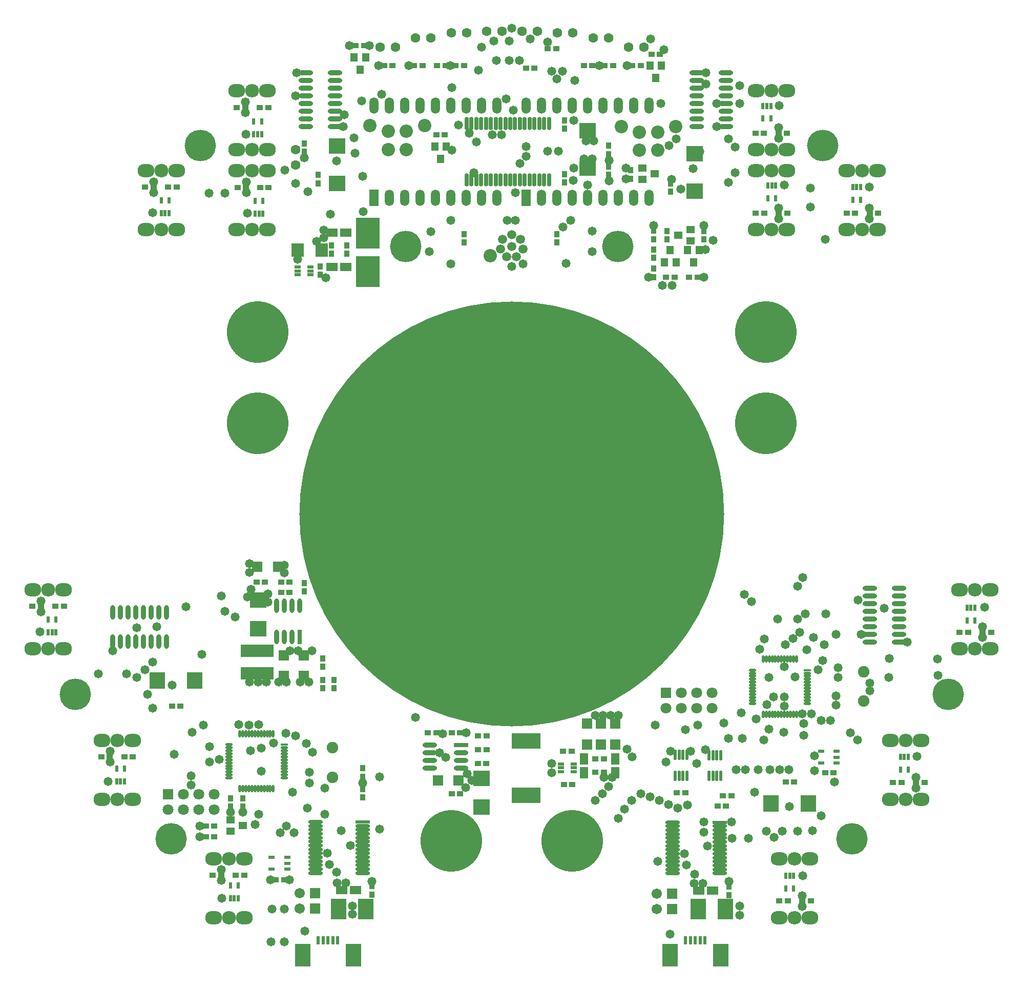
<source format=gbs>
%FSAX25Y25*%
%MOIN*%
G70*
G01*
G75*
G04 Layer_Color=16711935*
%ADD10O,0.08661X0.02362*%
%ADD11R,0.03000X0.03543*%
%ADD12R,0.05118X0.05512*%
%ADD13R,0.05512X0.05118*%
%ADD14R,0.03543X0.03000*%
%ADD15R,0.05000X0.06693*%
%ADD16R,0.04921X0.03937*%
%ADD17R,0.08661X0.02362*%
%ADD18O,0.08661X0.02362*%
%ADD19O,0.02362X0.08661*%
%ADD20R,0.09449X0.09843*%
%ADD21C,0.01575*%
%ADD22C,0.01181*%
%ADD23C,0.00984*%
%ADD24C,0.01000*%
%ADD25C,0.03150*%
%ADD26C,0.03937*%
%ADD27C,0.02756*%
%ADD28C,0.02362*%
%ADD29C,0.00591*%
%ADD30C,0.05906*%
%ADD31R,0.05906X0.05906*%
%ADD32C,0.05118*%
%ADD33C,0.07874*%
%ADD34O,0.10236X0.07874*%
%ADD35O,0.08268X0.07874*%
%ADD36R,0.05118X0.09843*%
%ADD37O,0.05118X0.09843*%
%ADD38R,0.06299X0.06299*%
%ADD39C,0.06299*%
%ADD40C,2.75591*%
%ADD41C,0.39370*%
%ADD42C,0.19685*%
%ADD43C,0.05500*%
%ADD44C,0.06693*%
%ADD45C,0.05000*%
%ADD46C,0.01969*%
%ADD47R,0.09646X0.09843*%
%ADD48R,0.09843X0.09449*%
%ADD49R,0.02362X0.08661*%
%ADD50O,0.02362X0.08661*%
%ADD51R,0.20866X0.07087*%
%ADD52O,0.03937X0.01024*%
%ADD53O,0.01024X0.03937*%
%ADD54R,0.03937X0.01024*%
%ADD55R,0.03543X0.01575*%
%ADD56R,0.09449X0.12598*%
%ADD57R,0.06693X0.05000*%
%ADD58R,0.09843X0.14961*%
%ADD59R,0.01969X0.05512*%
%ADD60O,0.08661X0.01575*%
%ADD61R,0.08661X0.01575*%
%ADD62R,0.18110X0.09252*%
%ADD63O,0.01378X0.06299*%
%ADD64R,0.07087X0.07874*%
%ADD65R,0.03543X0.01575*%
%ADD66R,0.09843X0.09646*%
%ADD67R,0.03937X0.04921*%
%ADD68O,0.02165X0.07874*%
%ADD69R,0.15000X0.19685*%
%ADD70R,0.01575X0.03543*%
%ADD71R,0.06000X0.06299*%
%ADD72R,0.06299X0.06000*%
%ADD73C,0.00787*%
%ADD74C,0.00141*%
%ADD75C,0.01378*%
%ADD76C,0.01200*%
%ADD77O,0.09461X0.03162*%
%ADD78R,0.03800X0.04343*%
%ADD79R,0.05918X0.06312*%
%ADD80R,0.06312X0.05918*%
%ADD81R,0.04343X0.03800*%
%ADD82R,0.05800X0.07493*%
%ADD83R,0.05721X0.04737*%
%ADD84R,0.09461X0.03162*%
%ADD85O,0.09461X0.03162*%
%ADD86O,0.03162X0.09461*%
%ADD87R,0.10249X0.10642*%
%ADD88C,0.06706*%
%ADD89R,0.06706X0.06706*%
%ADD90C,0.05918*%
%ADD91C,0.08674*%
%ADD92O,0.11036X0.08674*%
%ADD93O,0.09068X0.08674*%
%ADD94R,0.05918X0.10642*%
%ADD95O,0.05918X0.10642*%
%ADD96R,0.07099X0.07099*%
%ADD97C,0.07099*%
%ADD98C,2.76391*%
%ADD99C,0.40170*%
%ADD100C,0.20485*%
%ADD101C,0.06300*%
%ADD102C,0.07493*%
%ADD103C,0.05800*%
%ADD104R,0.10446X0.10642*%
%ADD105R,0.10642X0.10249*%
%ADD106R,0.03162X0.09461*%
%ADD107O,0.03162X0.09461*%
%ADD108R,0.21666X0.07887*%
%ADD109O,0.04737X0.01824*%
%ADD110O,0.01824X0.04737*%
%ADD111R,0.04737X0.01824*%
%ADD112R,0.04343X0.02375*%
%ADD113R,0.10249X0.13398*%
%ADD114R,0.07493X0.05800*%
%ADD115O,0.09461X0.02375*%
%ADD116R,0.09461X0.02375*%
%ADD117R,0.18910X0.10052*%
%ADD118O,0.02178X0.07099*%
%ADD119R,0.07887X0.08674*%
%ADD120R,0.04343X0.02375*%
%ADD121R,0.10642X0.10446*%
%ADD122R,0.04737X0.05721*%
%ADD123O,0.02965X0.08674*%
%ADD124R,0.15800X0.20485*%
%ADD125R,0.02375X0.04343*%
%ADD126R,0.06800X0.07099*%
%ADD127R,0.07099X0.06800*%
D58*
X0750965Y0390567D02*
D03*
X0784035D02*
D03*
X0989965D02*
D03*
X1023035D02*
D03*
D59*
X0770650Y0400016D02*
D03*
X0761201D02*
D03*
X0767500D02*
D03*
X0773799D02*
D03*
X0764350D02*
D03*
X1009650D02*
D03*
X1000201D02*
D03*
X1006500D02*
D03*
X1012799D02*
D03*
X1003350D02*
D03*
D77*
X1007551Y0929500D02*
D03*
Y0934500D02*
D03*
Y0939500D02*
D03*
Y0944500D02*
D03*
Y0949500D02*
D03*
Y0954500D02*
D03*
Y0959500D02*
D03*
Y0964500D02*
D03*
X1026449Y0929500D02*
D03*
Y0934500D02*
D03*
Y0939500D02*
D03*
Y0944500D02*
D03*
Y0949500D02*
D03*
Y0954500D02*
D03*
Y0959500D02*
D03*
Y0964500D02*
D03*
X0771949D02*
D03*
Y0959500D02*
D03*
Y0954500D02*
D03*
Y0949500D02*
D03*
Y0944500D02*
D03*
Y0939500D02*
D03*
Y0934500D02*
D03*
Y0929500D02*
D03*
X0753051Y0964500D02*
D03*
Y0959500D02*
D03*
Y0954500D02*
D03*
Y0949500D02*
D03*
Y0944500D02*
D03*
Y0939500D02*
D03*
Y0934500D02*
D03*
Y0929500D02*
D03*
X1120051Y0594000D02*
D03*
Y0599000D02*
D03*
Y0604000D02*
D03*
Y0609000D02*
D03*
Y0614000D02*
D03*
Y0619000D02*
D03*
Y0624000D02*
D03*
Y0629000D02*
D03*
X1138949Y0594000D02*
D03*
Y0599000D02*
D03*
Y0604000D02*
D03*
Y0609000D02*
D03*
Y0614000D02*
D03*
Y0619000D02*
D03*
Y0624000D02*
D03*
Y0629000D02*
D03*
D78*
X0752000Y0632500D02*
D03*
Y0627000D02*
D03*
X0764000Y0578000D02*
D03*
Y0583500D02*
D03*
Y0569500D02*
D03*
Y0564000D02*
D03*
X0771500Y0569500D02*
D03*
Y0564000D02*
D03*
X0795945Y0435276D02*
D03*
Y0429776D02*
D03*
X0790000Y0498500D02*
D03*
Y0493000D02*
D03*
Y0506500D02*
D03*
Y0512000D02*
D03*
X1028279Y0435047D02*
D03*
Y0429547D02*
D03*
X0762500Y0833000D02*
D03*
Y0838500D02*
D03*
X0779626Y0852169D02*
D03*
Y0846669D02*
D03*
X0752000Y0913000D02*
D03*
Y0918500D02*
D03*
X0979500Y0849500D02*
D03*
Y0844000D02*
D03*
X0988000Y0856000D02*
D03*
Y0861500D02*
D03*
X1012000D02*
D03*
Y0856000D02*
D03*
X0856000Y0854000D02*
D03*
Y0859500D02*
D03*
X0916500D02*
D03*
Y0854000D02*
D03*
X0921500Y0933500D02*
D03*
Y0928000D02*
D03*
X0964500Y0895500D02*
D03*
Y0901000D02*
D03*
X0769626Y0852169D02*
D03*
Y0846669D02*
D03*
X0979500Y0831500D02*
D03*
Y0837000D02*
D03*
Y0856200D02*
D03*
Y0861700D02*
D03*
X0712000Y0487012D02*
D03*
Y0492512D02*
D03*
X0761000Y0892500D02*
D03*
Y0898000D02*
D03*
X0990500Y0892500D02*
D03*
Y0887000D02*
D03*
X0921500Y0898500D02*
D03*
Y0893000D02*
D03*
X0950000Y0898000D02*
D03*
Y0903500D02*
D03*
Y0911512D02*
D03*
Y0917012D02*
D03*
X0704000Y0486988D02*
D03*
Y0492488D02*
D03*
D81*
X0671500Y0552500D02*
D03*
X0666000D02*
D03*
X0737000Y0626500D02*
D03*
X0742500D02*
D03*
X0721000Y0633000D02*
D03*
X0726500D02*
D03*
X0737000D02*
D03*
X0742500D02*
D03*
X0688000Y0467500D02*
D03*
X0693500D02*
D03*
Y0474500D02*
D03*
X0688000D02*
D03*
X0739000Y0439500D02*
D03*
X0733500D02*
D03*
X0853500Y0495500D02*
D03*
X0848000D02*
D03*
X0870500Y0515000D02*
D03*
X0865000D02*
D03*
X0865102Y0524029D02*
D03*
X0870602D02*
D03*
X0838000Y0535000D02*
D03*
X0832500D02*
D03*
X0848000D02*
D03*
X0853500D02*
D03*
X0865102Y0533059D02*
D03*
X0870602D02*
D03*
X0994500Y0496000D02*
D03*
X1000000D02*
D03*
X1021000Y0487500D02*
D03*
X1026500D02*
D03*
X1024500Y0494000D02*
D03*
X1030000D02*
D03*
X1065358Y0503031D02*
D03*
X1070858D02*
D03*
X0993000Y0831500D02*
D03*
X0987500D02*
D03*
X1008000D02*
D03*
X1002500D02*
D03*
X0838000Y0924000D02*
D03*
X0843500D02*
D03*
X0910500Y0980000D02*
D03*
X0916000D02*
D03*
X0978000Y0976500D02*
D03*
X0983500D02*
D03*
X0965512Y0969000D02*
D03*
X0971012D02*
D03*
X0580691Y0617315D02*
D03*
X0575191D02*
D03*
X0590191D02*
D03*
X0595691D02*
D03*
X0625500Y0519500D02*
D03*
X0620000D02*
D03*
X0635000D02*
D03*
X0640500D02*
D03*
X0698000Y0442500D02*
D03*
X0692500D02*
D03*
X0707500D02*
D03*
X0713000D02*
D03*
X1076230Y0425687D02*
D03*
X1081730D02*
D03*
X1066730D02*
D03*
X1061230D02*
D03*
X1150230Y0502687D02*
D03*
X1155730D02*
D03*
X1140730D02*
D03*
X1135230D02*
D03*
X1193500Y0600500D02*
D03*
X1199000D02*
D03*
X1184000D02*
D03*
X1178500D02*
D03*
X1120000Y0873000D02*
D03*
X1125500D02*
D03*
X1110500D02*
D03*
X1105000D02*
D03*
X1060811Y0872998D02*
D03*
X1066311D02*
D03*
X1051311D02*
D03*
X1045811D02*
D03*
X1060730Y0925187D02*
D03*
X1066230D02*
D03*
X1051230D02*
D03*
X1045730D02*
D03*
X0714191Y0889813D02*
D03*
X0708691D02*
D03*
X0723338Y0889842D02*
D03*
X0728838D02*
D03*
X0713691Y0941813D02*
D03*
X0708191D02*
D03*
X0723191D02*
D03*
X0728691D02*
D03*
X0654000Y0890000D02*
D03*
X0648500D02*
D03*
X0663500D02*
D03*
X0669000D02*
D03*
X0785500Y0982000D02*
D03*
X0791000D02*
D03*
X0809500Y0969000D02*
D03*
X0804000D02*
D03*
X0829000D02*
D03*
X0823500D02*
D03*
X0838500D02*
D03*
X0844000D02*
D03*
X0856000D02*
D03*
X0850500D02*
D03*
X0901797Y0967500D02*
D03*
X0896297D02*
D03*
X0934000Y0969000D02*
D03*
X0939500D02*
D03*
X0953000D02*
D03*
X0947500D02*
D03*
X1096500Y0509000D02*
D03*
X1091000D02*
D03*
X0926500Y0501500D02*
D03*
X0921000D02*
D03*
X0920500Y0523000D02*
D03*
X0926000D02*
D03*
X0947000Y0509500D02*
D03*
X0941500D02*
D03*
X0947000Y0518000D02*
D03*
X0941500D02*
D03*
D82*
X0934000Y0508945D02*
D03*
Y0517945D02*
D03*
X0954500Y0518000D02*
D03*
Y0509000D02*
D03*
D83*
X0704000Y0471000D02*
D03*
Y0478500D02*
D03*
X0712000Y0474800D02*
D03*
X1003500Y0862500D02*
D03*
Y0855000D02*
D03*
X0995500Y0858700D02*
D03*
X0972000Y0895000D02*
D03*
Y0902500D02*
D03*
X0980000Y0898800D02*
D03*
D84*
X0854177Y0527102D02*
D03*
D85*
X0833705Y0512102D02*
D03*
Y0517102D02*
D03*
Y0522102D02*
D03*
Y0527102D02*
D03*
X0854177Y0512102D02*
D03*
Y0517102D02*
D03*
Y0522102D02*
D03*
D86*
X0627500Y0613449D02*
D03*
X0632500D02*
D03*
X0637500D02*
D03*
X0642500D02*
D03*
X0647500D02*
D03*
X0652500D02*
D03*
X0657500D02*
D03*
X0662500D02*
D03*
X0627500Y0594551D02*
D03*
X0632500D02*
D03*
X0637500D02*
D03*
X0642500D02*
D03*
X0647500D02*
D03*
X0652500D02*
D03*
X0657500D02*
D03*
X0662500D02*
D03*
D88*
X0748945Y0420776D02*
D03*
Y0430776D02*
D03*
X0981279Y0430547D02*
D03*
Y0420547D02*
D03*
D89*
X0758945Y0420776D02*
D03*
Y0430776D02*
D03*
X0991280Y0430547D02*
D03*
Y0420547D02*
D03*
D90*
X0887000Y0851476D02*
D03*
X0892846Y0856142D02*
D03*
X0894291Y0849811D02*
D03*
X0890244Y0844736D02*
D03*
X0883756D02*
D03*
X0879709Y0849811D02*
D03*
X0881153Y0856142D02*
D03*
X0887000Y0858957D02*
D03*
D91*
X0970189Y0914000D02*
D03*
Y0925811D02*
D03*
X0993811Y0929512D02*
D03*
X0958378D02*
D03*
X0982000Y0925811D02*
D03*
Y0914000D02*
D03*
X0818500Y0914500D02*
D03*
Y0926311D02*
D03*
X0794878Y0930012D02*
D03*
X0830311D02*
D03*
X0806689Y0926311D02*
D03*
Y0914500D02*
D03*
X0873000Y0845500D02*
D03*
D92*
X0575461Y0628094D02*
D03*
X0595539D02*
D03*
X0575461Y0589906D02*
D03*
X0595539D02*
D03*
X0620461Y0530094D02*
D03*
X0640539D02*
D03*
X0620461Y0491905D02*
D03*
X0640539D02*
D03*
X0692961Y0453094D02*
D03*
X0713039D02*
D03*
X0692961Y0414906D02*
D03*
X0713039D02*
D03*
X1081039D02*
D03*
X1060961D02*
D03*
X1081039Y0453094D02*
D03*
X1060961D02*
D03*
X1198539Y0589906D02*
D03*
X1178461D02*
D03*
X1198539Y0628094D02*
D03*
X1178461D02*
D03*
X1125039Y0862405D02*
D03*
X1104961D02*
D03*
X1125039Y0900595D02*
D03*
X1104961D02*
D03*
X1066039Y0862405D02*
D03*
X1045961D02*
D03*
X1066039Y0900595D02*
D03*
X1045961D02*
D03*
X1066039Y0914406D02*
D03*
X1045961D02*
D03*
X1066039Y0952594D02*
D03*
X1045961D02*
D03*
X0707961D02*
D03*
X0728039D02*
D03*
X0707961Y0914406D02*
D03*
X0728039D02*
D03*
X0707961Y0900595D02*
D03*
X0728039D02*
D03*
X0707961Y0862405D02*
D03*
X0728039D02*
D03*
X0648961Y0900595D02*
D03*
X0669039D02*
D03*
X0648961Y0862405D02*
D03*
X0669039D02*
D03*
X1153539Y0491905D02*
D03*
X1133461D02*
D03*
X1153539Y0530094D02*
D03*
X1133461D02*
D03*
D93*
X0585500Y0628094D02*
D03*
Y0589906D02*
D03*
X0630500Y0530094D02*
D03*
Y0491905D02*
D03*
X0703000Y0453094D02*
D03*
Y0414906D02*
D03*
X1071000D02*
D03*
Y0453094D02*
D03*
X1188500Y0589906D02*
D03*
Y0628094D02*
D03*
X1115000Y0862405D02*
D03*
Y0900595D02*
D03*
X1056000Y0862405D02*
D03*
Y0900595D02*
D03*
Y0914406D02*
D03*
Y0952594D02*
D03*
X0718000D02*
D03*
Y0914406D02*
D03*
Y0900595D02*
D03*
Y0862405D02*
D03*
X0659000Y0900595D02*
D03*
Y0862405D02*
D03*
X1143500Y0491905D02*
D03*
Y0530094D02*
D03*
D94*
X0896500Y0883000D02*
D03*
X0797500D02*
D03*
D95*
X0906500D02*
D03*
X0916500D02*
D03*
X0926500D02*
D03*
X0936500D02*
D03*
X0946500D02*
D03*
X0956500D02*
D03*
X0966500D02*
D03*
X0976500D02*
D03*
X0896500Y0943000D02*
D03*
X0906500D02*
D03*
X0916500D02*
D03*
X0926500D02*
D03*
X0936500D02*
D03*
X0946500D02*
D03*
X0956500D02*
D03*
X0966500D02*
D03*
X0976500D02*
D03*
X0877500D02*
D03*
X0867500D02*
D03*
X0857500D02*
D03*
X0847500D02*
D03*
X0837500D02*
D03*
X0827500D02*
D03*
X0817500D02*
D03*
X0807500D02*
D03*
X0797500D02*
D03*
X0877500Y0883000D02*
D03*
X0867500D02*
D03*
X0857500D02*
D03*
X0847500D02*
D03*
X0837500D02*
D03*
X0827500D02*
D03*
X0817500D02*
D03*
X0807500D02*
D03*
D96*
X0663500Y0495000D02*
D03*
X0987500Y0561000D02*
D03*
D97*
X0663500Y0485000D02*
D03*
X0673500Y0495000D02*
D03*
Y0485000D02*
D03*
X0683500Y0495000D02*
D03*
Y0485000D02*
D03*
X0693500Y0495000D02*
D03*
Y0485000D02*
D03*
X0987500Y0551000D02*
D03*
X0997500Y0561000D02*
D03*
Y0551000D02*
D03*
X1007500Y0561000D02*
D03*
Y0551000D02*
D03*
X1017500Y0561000D02*
D03*
Y0551000D02*
D03*
D98*
X0887000Y0677500D02*
D03*
D99*
X0847630Y0464902D02*
D03*
X0926370D02*
D03*
X1052354Y0795610D02*
D03*
Y0736555D02*
D03*
X0721646D02*
D03*
Y0795610D02*
D03*
D100*
X0956055Y0851476D02*
D03*
X0817945D02*
D03*
X1089500Y0917000D02*
D03*
X0684500D02*
D03*
X1171000Y0560000D02*
D03*
X0603000D02*
D03*
X1108500Y0466063D02*
D03*
X0665500D02*
D03*
D101*
X0963000Y0981000D02*
D03*
X0973000D02*
D03*
X0824571Y0987000D02*
D03*
X0834571D02*
D03*
X0847643Y0990500D02*
D03*
X0857643D02*
D03*
X0870714Y0991500D02*
D03*
X0880714D02*
D03*
X0893786D02*
D03*
X0903786D02*
D03*
X0916857Y0990500D02*
D03*
X0926857D02*
D03*
X0939929Y0987000D02*
D03*
X0949928D02*
D03*
X0801500Y0981000D02*
D03*
X0811500D02*
D03*
X0746500Y0914500D02*
D03*
Y0904500D02*
D03*
D102*
X1116000Y0574858D02*
D03*
Y0555646D02*
D03*
X0770500Y0525358D02*
D03*
Y0506146D02*
D03*
D103*
X0769000Y0872500D02*
D03*
X0764850Y0862226D02*
D03*
Y0857110D02*
D03*
X0760028Y0854807D02*
D03*
X1057500Y0558500D02*
D03*
X1033000Y0511000D02*
D03*
X0776000Y0471500D02*
D03*
X1132598Y0583382D02*
D03*
X1132500Y0571000D02*
D03*
X1071500Y0571500D02*
D03*
X1120000Y0562500D02*
D03*
X1164500Y0572500D02*
D03*
X0991500Y0826000D02*
D03*
X1013000Y0849500D02*
D03*
X0976000Y0831500D02*
D03*
X0961500Y0902500D02*
D03*
Y0895500D02*
D03*
X0880500Y0924000D02*
D03*
X0920500Y0864000D02*
D03*
X0862500Y0899500D02*
D03*
X0874500Y0924000D02*
D03*
X0859439Y0924939D02*
D03*
X0848000Y0914000D02*
D03*
X0766000Y0831000D02*
D03*
X1120000Y0567500D02*
D03*
X1036500Y0548000D02*
D03*
X1025000Y0541500D02*
D03*
X0982000Y0451500D02*
D03*
X1028500Y0438500D02*
D03*
X0796000D02*
D03*
X0765500Y0499000D02*
D03*
X0913000Y0515000D02*
D03*
Y0509000D02*
D03*
X0722500Y0540500D02*
D03*
X0716000Y0540250D02*
D03*
X0801000Y0506500D02*
D03*
X0965500Y0519500D02*
D03*
X0732081Y0528500D02*
D03*
X0740213Y0534787D02*
D03*
X0962000Y0524500D02*
D03*
X1030000Y0477000D02*
D03*
X0946000Y0495500D02*
D03*
X0950000Y0500000D02*
D03*
X0941500Y0491000D02*
D03*
X0801000Y0472500D02*
D03*
X0842000Y0534500D02*
D03*
X0980500Y0540000D02*
D03*
X0941500Y0546500D02*
D03*
X0946500D02*
D03*
X0951500D02*
D03*
X0824500Y0545000D02*
D03*
X0844000Y0519000D02*
D03*
X0840000Y0522102D02*
D03*
X1035500Y0416500D02*
D03*
Y0422500D02*
D03*
X0783500Y0417000D02*
D03*
Y0422500D02*
D03*
X0952500Y0506000D02*
D03*
X0947000D02*
D03*
X0857000Y0499500D02*
D03*
X0861000Y0504000D02*
D03*
X0858000Y0508500D02*
D03*
X0757000Y0588500D02*
D03*
X0748000D02*
D03*
X0742752D02*
D03*
X0715000Y0623500D02*
D03*
X0728500Y0620000D02*
D03*
Y0625500D02*
D03*
X0717500Y0628500D02*
D03*
X0716500Y0639500D02*
D03*
Y0645000D02*
D03*
X0985000Y0826000D02*
D03*
X1018000Y0855500D02*
D03*
X0956500Y0546500D02*
D03*
X0790500Y0874000D02*
D03*
X0752000Y0909000D02*
D03*
X1051000Y0530500D02*
D03*
X0720000Y0475500D02*
D03*
X0722500Y0482000D02*
D03*
X1097000Y0503000D02*
D03*
X1084000Y0510500D02*
D03*
X1028000Y0531500D02*
D03*
X1164000Y0583000D02*
D03*
X0785000Y0912000D02*
D03*
X0675000Y0617000D02*
D03*
X0746500Y0892500D02*
D03*
X0739500Y0901000D02*
D03*
X1089500Y0582000D02*
D03*
X0730000Y0439500D02*
D03*
X0742500D02*
D03*
X0712000Y0483500D02*
D03*
X0704000D02*
D03*
X0755500Y0502500D02*
D03*
Y0509500D02*
D03*
X0739000Y0399000D02*
D03*
X0730500D02*
D03*
X0731000Y0420500D02*
D03*
X0739000D02*
D03*
X0745500Y0470000D02*
D03*
X0754000Y0486000D02*
D03*
X0744500Y0496500D02*
D03*
X1076500Y0636000D02*
D03*
X1073000Y0630500D02*
D03*
X0707000Y0610500D02*
D03*
X0789500Y0946000D02*
D03*
X0700500Y0614000D02*
D03*
X0727500Y0568000D02*
D03*
X0685500Y0586000D02*
D03*
X0794500Y0982000D02*
D03*
X0984000Y0944500D02*
D03*
X0989500Y0917000D02*
D03*
X1012000Y0831500D02*
D03*
X0847500Y0868500D02*
D03*
X0922500Y0840500D02*
D03*
X0887000Y0838500D02*
D03*
X0747626Y0843193D02*
D03*
X0698000Y0624000D02*
D03*
X0925500Y0868500D02*
D03*
X1012000Y0865000D02*
D03*
X0979500D02*
D03*
X0857500Y0535000D02*
D03*
X1030500Y0466500D02*
D03*
X0956500Y0479500D02*
D03*
X1077000Y0533500D02*
D03*
X0960500Y0485500D02*
D03*
X1047500Y0511000D02*
D03*
X1039000D02*
D03*
X1098000Y0599000D02*
D03*
X1048500Y0589500D02*
D03*
X1086500Y0576000D02*
D03*
X1076000Y0547500D02*
D03*
X0709500Y0540500D02*
D03*
X0790000Y0502500D02*
D03*
X0724000Y0510000D02*
D03*
X0765500Y0482000D02*
D03*
X0724000Y0525000D02*
D03*
X0717000Y0523500D02*
D03*
X0678500Y0507000D02*
D03*
X0740500Y0474500D02*
D03*
X0757500Y0522500D02*
D03*
X0678500Y0501000D02*
D03*
X0736500Y0470000D02*
D03*
X0753500Y0528000D02*
D03*
X1144264Y0594000D02*
D03*
X0773043Y0907000D02*
D03*
X0778000Y0937000D02*
D03*
X0746500Y0949500D02*
D03*
X0747000Y0964500D02*
D03*
X0777500Y0929500D02*
D03*
X0913000Y0965500D02*
D03*
X0899000Y0986500D02*
D03*
X0877000Y0972500D02*
D03*
X0867331Y0981000D02*
D03*
X0962000Y0969000D02*
D03*
X0800500D02*
D03*
X0715000Y0873000D02*
D03*
X0781500Y0982000D02*
D03*
X0991000Y0895000D02*
D03*
X0986000Y0979500D02*
D03*
X0977500Y0986500D02*
D03*
X1067858Y0487032D02*
D03*
X0990000Y0404000D02*
D03*
X1011279Y0437047D02*
D03*
X1005779D02*
D03*
X1006000Y0443000D02*
D03*
X0999279Y0456547D02*
D03*
X1000780Y0449047D02*
D03*
X0950500Y0907500D02*
D03*
X0939500Y0908500D02*
D03*
X0934000D02*
D03*
X1112500Y0621500D02*
D03*
X1129500Y0616000D02*
D03*
X0653500Y0581000D02*
D03*
X0666000Y0566000D02*
D03*
X0653500Y0551000D02*
D03*
X0627500Y0588500D02*
D03*
X0656000Y0604000D02*
D03*
X0643000Y0603500D02*
D03*
X0927000Y0894500D02*
D03*
X0892500Y0905500D02*
D03*
X0927500Y0902500D02*
D03*
Y0933500D02*
D03*
X0917500Y0913500D02*
D03*
X0936500Y0891500D02*
D03*
X0864000Y0919500D02*
D03*
X0896500Y0910000D02*
D03*
Y0916500D02*
D03*
X0910500Y0913500D02*
D03*
X0888000Y0940000D02*
D03*
X1054297Y0571142D02*
D03*
X1064500Y0558500D02*
D03*
Y0578174D02*
D03*
X0781949Y0461772D02*
D03*
X0768445Y0449276D02*
D03*
X0773445Y0437276D02*
D03*
X0778945D02*
D03*
X0766945Y0456776D02*
D03*
X0752500Y0406000D02*
D03*
X0772945Y0444276D02*
D03*
X1051500Y0596000D02*
D03*
X1053000Y0553500D02*
D03*
X1054500Y0537500D02*
D03*
X1098000Y0553000D02*
D03*
X1099500Y0571000D02*
D03*
Y0577500D02*
D03*
X0714282Y0893339D02*
D03*
Y0886339D02*
D03*
X1090500Y0592500D02*
D03*
X1074500Y0600500D02*
D03*
X0852500Y0930500D02*
D03*
X1119909Y0876474D02*
D03*
Y0869474D02*
D03*
X1119639Y0890179D02*
D03*
X0580782Y0620841D02*
D03*
Y0613841D02*
D03*
X0580006Y0600778D02*
D03*
X0625591Y0523026D02*
D03*
Y0516026D02*
D03*
X0624257Y0503393D02*
D03*
X0698091Y0446026D02*
D03*
Y0439026D02*
D03*
X0698500Y0427500D02*
D03*
X1076140Y0429161D02*
D03*
Y0422161D02*
D03*
X1076494Y0442222D02*
D03*
X1150140Y0499161D02*
D03*
Y0506161D02*
D03*
X1150668Y0519780D02*
D03*
X1193410Y0603974D02*
D03*
Y0596974D02*
D03*
X1194743Y0616607D02*
D03*
X1060721Y0876472D02*
D03*
Y0869472D02*
D03*
X1064436Y0891378D02*
D03*
X1060640Y0928661D02*
D03*
Y0921661D02*
D03*
X1061000Y0943000D02*
D03*
X0713781Y0938339D02*
D03*
Y0945339D02*
D03*
X0714216Y0924365D02*
D03*
X0654090Y0893526D02*
D03*
Y0886526D02*
D03*
X0653506Y0873278D02*
D03*
X0889500Y0886500D02*
D03*
X0883500Y0947500D02*
D03*
X0935500Y0920000D02*
D03*
X0940500D02*
D03*
X0950500Y0894000D02*
D03*
X0847500Y0840000D02*
D03*
X0884000Y0868500D02*
D03*
X0894500Y0840000D02*
D03*
X0889500Y0868500D02*
D03*
X1064000Y0535500D02*
D03*
X0944000Y0969000D02*
D03*
X0865500Y0966000D02*
D03*
X0847000Y0969000D02*
D03*
X0820000D02*
D03*
X0690000Y0886000D02*
D03*
X0700500D02*
D03*
X1035500Y0944500D02*
D03*
Y0956000D02*
D03*
X1081500Y0889500D02*
D03*
Y0877000D02*
D03*
X1091000Y0856000D02*
D03*
X1032500Y0916000D02*
D03*
X1028000Y0921500D02*
D03*
Y0893000D02*
D03*
X1032500Y0899500D02*
D03*
X1082858Y0471531D02*
D03*
X0754500Y0887000D02*
D03*
X0784264Y0922000D02*
D03*
X1052858Y0471032D02*
D03*
X0994000Y0921500D02*
D03*
X1073000Y0471000D02*
D03*
X0892000Y0972500D02*
D03*
X1005000Y0902000D02*
D03*
X1045000Y0496500D02*
D03*
X1088500Y0481000D02*
D03*
X0885500Y0972500D02*
D03*
X0875500Y0985000D02*
D03*
X0887000Y0993500D02*
D03*
X1063000Y0471000D02*
D03*
X1112000Y0530500D02*
D03*
X0643000Y0571000D02*
D03*
X1057858Y0467142D02*
D03*
X1107500Y0535000D02*
D03*
X0648500Y0576000D02*
D03*
X0636500Y0573500D02*
D03*
X0618000D02*
D03*
X0920000Y0965500D02*
D03*
X1020500Y0944500D02*
D03*
X1013500Y0957000D02*
D03*
Y0964500D02*
D03*
X1020500Y0929500D02*
D03*
X0739000Y0644000D02*
D03*
Y0639000D02*
D03*
X0722000Y0568000D02*
D03*
X0716500D02*
D03*
X0790000Y0897000D02*
D03*
X1009500Y0913000D02*
D03*
X0997000Y0888831D02*
D03*
X0885500Y0985000D02*
D03*
X0910500Y0984500D02*
D03*
X0916500Y0960500D02*
D03*
X0848000Y0954634D02*
D03*
X0928000Y0959500D02*
D03*
X0802500Y0950500D02*
D03*
X1098000Y0559000D02*
D03*
X0735500Y0568000D02*
D03*
X0740500D02*
D03*
X0749500D02*
D03*
X0755000D02*
D03*
X0746500Y0533000D02*
D03*
X0679000Y0535500D02*
D03*
X0686500Y0540000D02*
D03*
X1070000Y0596500D02*
D03*
X1073000Y0609000D02*
D03*
X1078000Y0612500D02*
D03*
X1091500D02*
D03*
X0650000Y0560000D02*
D03*
X1041000Y0466500D02*
D03*
X1088500Y0543000D02*
D03*
X1094500D02*
D03*
X1082000Y0547500D02*
D03*
X1055000Y0511000D02*
D03*
X0684000Y0474500D02*
D03*
Y0467500D02*
D03*
X0696590Y0517590D02*
D03*
X0690500Y0526000D02*
D03*
Y0516000D02*
D03*
X0667500Y0521000D02*
D03*
X0999986Y0537026D02*
D03*
X1083500Y0597000D02*
D03*
X1079000Y0589000D02*
D03*
X1065000Y0592500D02*
D03*
X1060000Y0609000D02*
D03*
X1043000Y0620500D02*
D03*
X1038500Y0625000D02*
D03*
X1046000Y0544000D02*
D03*
X1037000Y0531500D02*
D03*
X1008000Y0540000D02*
D03*
X1084000Y0520000D02*
D03*
X1077000Y0541000D02*
D03*
X1114500Y0599000D02*
D03*
X1067500Y0511000D02*
D03*
X1061500D02*
D03*
X1014283Y0461543D02*
D03*
X0989000Y0488500D02*
D03*
X0995000Y0486000D02*
D03*
X1012000Y0470500D02*
D03*
X0965000Y0491000D02*
D03*
X0971000Y0495500D02*
D03*
X0977000Y0493500D02*
D03*
X1012000Y0477000D02*
D03*
X1001500Y0488000D02*
D03*
X0983000Y0491000D02*
D03*
X0990500Y0523000D02*
D03*
X1003500D02*
D03*
X0987500Y0516000D02*
D03*
X1013000Y0524000D02*
D03*
X1007500Y0514964D02*
D03*
X1064475Y0552525D02*
D03*
X0939500Y0861500D02*
D03*
Y0848000D02*
D03*
X0833500D02*
D03*
X0834500Y0861000D02*
D03*
D104*
X0656535Y0569000D02*
D03*
X0680748D02*
D03*
X1080106Y0489032D02*
D03*
X1055894D02*
D03*
D105*
X0722000Y0621390D02*
D03*
Y0602610D02*
D03*
X0867500Y0505390D02*
D03*
Y0486610D02*
D03*
D106*
X0749000Y0597264D02*
D03*
D107*
X0734000Y0617736D02*
D03*
X0739000D02*
D03*
X0744000D02*
D03*
X0749000D02*
D03*
X0734000Y0597264D02*
D03*
X0739000D02*
D03*
X0744000D02*
D03*
D108*
X0721500Y0573716D02*
D03*
Y0588283D02*
D03*
D109*
X0738950Y0511611D02*
D03*
Y0509642D02*
D03*
Y0519485D02*
D03*
Y0525390D02*
D03*
Y0513579D02*
D03*
X0703124Y0527359D02*
D03*
Y0525390D02*
D03*
Y0523422D02*
D03*
Y0519485D02*
D03*
Y0517516D02*
D03*
Y0515548D02*
D03*
Y0513579D02*
D03*
X0738950Y0517516D02*
D03*
Y0515548D02*
D03*
Y0521453D02*
D03*
X0703124Y0505705D02*
D03*
Y0507674D02*
D03*
Y0509642D02*
D03*
Y0511611D02*
D03*
Y0521453D02*
D03*
X0738950Y0507674D02*
D03*
Y0505705D02*
D03*
Y0523422D02*
D03*
X1079450Y0560111D02*
D03*
Y0558142D02*
D03*
Y0567985D02*
D03*
Y0573890D02*
D03*
Y0562079D02*
D03*
X1043624Y0575859D02*
D03*
Y0573890D02*
D03*
Y0571922D02*
D03*
Y0567985D02*
D03*
Y0566016D02*
D03*
Y0564048D02*
D03*
Y0562079D02*
D03*
X1079450Y0566016D02*
D03*
Y0564048D02*
D03*
Y0569953D02*
D03*
X1043624Y0554205D02*
D03*
Y0556174D02*
D03*
Y0558142D02*
D03*
Y0560111D02*
D03*
Y0569953D02*
D03*
X1079450Y0556174D02*
D03*
Y0554205D02*
D03*
Y0571922D02*
D03*
D110*
X0731864Y0498619D02*
D03*
Y0534445D02*
D03*
X0729895D02*
D03*
Y0498619D02*
D03*
X0727927Y0534445D02*
D03*
X0725958D02*
D03*
X0722021Y0498619D02*
D03*
X0718084D02*
D03*
X0723990Y0534445D02*
D03*
X0720053D02*
D03*
X0718084D02*
D03*
X0714147D02*
D03*
X0712179Y0498619D02*
D03*
X0710210D02*
D03*
Y0534445D02*
D03*
X0727927Y0498619D02*
D03*
X0716116D02*
D03*
X0714147D02*
D03*
X0712179Y0534445D02*
D03*
X0716116D02*
D03*
X0722021D02*
D03*
X0725958Y0498619D02*
D03*
X0723990D02*
D03*
X0720053D02*
D03*
X1072364Y0547119D02*
D03*
Y0582945D02*
D03*
X1070395D02*
D03*
Y0547119D02*
D03*
X1068427Y0582945D02*
D03*
X1066458D02*
D03*
X1062521Y0547119D02*
D03*
X1058584D02*
D03*
X1064490Y0582945D02*
D03*
X1060553D02*
D03*
X1058584D02*
D03*
X1054647D02*
D03*
X1052679Y0547119D02*
D03*
X1050710D02*
D03*
Y0582945D02*
D03*
X1068427Y0547119D02*
D03*
X1056616D02*
D03*
X1054647D02*
D03*
X1052679Y0582945D02*
D03*
X1056616D02*
D03*
X1062521D02*
D03*
X1066458Y0547119D02*
D03*
X1064490D02*
D03*
X1060553D02*
D03*
D111*
X0738950Y0527358D02*
D03*
X1079450Y0575858D02*
D03*
D112*
X0741000Y0454000D02*
D03*
Y0446480D02*
D03*
Y0450248D02*
D03*
X0730803Y0446480D02*
D03*
Y0454000D02*
D03*
X0747732Y0835500D02*
D03*
X0756000Y0838059D02*
D03*
Y0832941D02*
D03*
Y0835500D02*
D03*
X0747732Y0832941D02*
D03*
X1098575Y0523000D02*
D03*
Y0515480D02*
D03*
Y0519248D02*
D03*
X1088378Y0515480D02*
D03*
Y0523000D02*
D03*
X0927328Y0512333D02*
D03*
X0919061Y0509774D02*
D03*
Y0514892D02*
D03*
Y0512333D02*
D03*
X0927328Y0514892D02*
D03*
D113*
X0792161Y0420276D02*
D03*
X0774445D02*
D03*
X1025996Y0420547D02*
D03*
X1008280D02*
D03*
D114*
X0785445Y0432776D02*
D03*
X0776445D02*
D03*
X1017780Y0432547D02*
D03*
X1008780D02*
D03*
X0779126Y0838169D02*
D03*
X0770126D02*
D03*
X0770000Y0860500D02*
D03*
X0779000D02*
D03*
D115*
X0759276Y0443858D02*
D03*
Y0446417D02*
D03*
Y0448976D02*
D03*
Y0451535D02*
D03*
Y0454094D02*
D03*
Y0456653D02*
D03*
Y0459213D02*
D03*
Y0461772D02*
D03*
Y0464331D02*
D03*
Y0466890D02*
D03*
Y0469449D02*
D03*
Y0472008D02*
D03*
Y0474567D02*
D03*
Y0477126D02*
D03*
X0789984Y0443858D02*
D03*
Y0446417D02*
D03*
Y0448976D02*
D03*
Y0451535D02*
D03*
Y0454094D02*
D03*
Y0456653D02*
D03*
Y0459213D02*
D03*
Y0461772D02*
D03*
Y0464331D02*
D03*
Y0466890D02*
D03*
Y0469449D02*
D03*
Y0472008D02*
D03*
Y0474567D02*
D03*
X0991610Y0443630D02*
D03*
Y0446189D02*
D03*
Y0448748D02*
D03*
Y0451307D02*
D03*
Y0453866D02*
D03*
Y0456425D02*
D03*
Y0458984D02*
D03*
Y0461543D02*
D03*
Y0464102D02*
D03*
Y0466661D02*
D03*
Y0469220D02*
D03*
Y0471779D02*
D03*
Y0474339D02*
D03*
Y0476898D02*
D03*
X1022319Y0443630D02*
D03*
Y0446189D02*
D03*
Y0448748D02*
D03*
Y0451307D02*
D03*
Y0453866D02*
D03*
Y0456425D02*
D03*
Y0458984D02*
D03*
Y0461543D02*
D03*
Y0464102D02*
D03*
Y0466661D02*
D03*
Y0469220D02*
D03*
Y0471779D02*
D03*
Y0474339D02*
D03*
D116*
X0789984Y0477126D02*
D03*
X1022319Y0476898D02*
D03*
D117*
X0896441Y0529917D02*
D03*
Y0494287D02*
D03*
D118*
X1015441Y0520571D02*
D03*
X1018000D02*
D03*
X1020559D02*
D03*
X1023118D02*
D03*
X1015441Y0506988D02*
D03*
X1018000D02*
D03*
X1020559D02*
D03*
X1023118D02*
D03*
X0993461Y0520724D02*
D03*
X0996020D02*
D03*
X0998579D02*
D03*
X1001138D02*
D03*
X0993461Y0507142D02*
D03*
X0996020D02*
D03*
X0998579D02*
D03*
X1001138D02*
D03*
D119*
X0747626Y0849000D02*
D03*
X0763374D02*
D03*
D120*
X0747732Y0838059D02*
D03*
X0927328Y0509774D02*
D03*
D121*
X0773500Y0916606D02*
D03*
Y0892394D02*
D03*
X0936500Y0902394D02*
D03*
Y0926606D02*
D03*
X1006000Y0887394D02*
D03*
Y0911606D02*
D03*
D122*
X0994000Y0841000D02*
D03*
X0986500D02*
D03*
X0990200Y0849000D02*
D03*
X1001500D02*
D03*
X1009000D02*
D03*
X1005300Y0841000D02*
D03*
X0837000Y0916500D02*
D03*
X0844500D02*
D03*
X0840800Y0908500D02*
D03*
X0784500Y0974500D02*
D03*
X0792000D02*
D03*
X0788300Y0966500D02*
D03*
X0977000Y0969000D02*
D03*
X0984500D02*
D03*
X0980800Y0961000D02*
D03*
D123*
X0911272Y0894594D02*
D03*
X0908122D02*
D03*
X0904972D02*
D03*
X0901823D02*
D03*
X0898673D02*
D03*
X0895524D02*
D03*
X0892374D02*
D03*
X0889224D02*
D03*
X0886075D02*
D03*
X0882925D02*
D03*
X0879776D02*
D03*
X0876626D02*
D03*
X0873476D02*
D03*
X0870327D02*
D03*
X0867177D02*
D03*
X0864028D02*
D03*
X0860878D02*
D03*
X0857728D02*
D03*
X0911272Y0931406D02*
D03*
X0908122D02*
D03*
X0904972D02*
D03*
X0901823D02*
D03*
X0898673D02*
D03*
X0895524D02*
D03*
X0892374D02*
D03*
X0889224D02*
D03*
X0886075D02*
D03*
X0882925D02*
D03*
X0879776D02*
D03*
X0876626D02*
D03*
X0873476D02*
D03*
X0870327D02*
D03*
X0867177D02*
D03*
X0864028D02*
D03*
X0860878D02*
D03*
X0857728D02*
D03*
D124*
X0793500Y0860039D02*
D03*
Y0834961D02*
D03*
D125*
X0590559Y0600500D02*
D03*
X0585441D02*
D03*
X0588000D02*
D03*
X0585441Y0608768D02*
D03*
X0590559D02*
D03*
X0635059Y0503500D02*
D03*
X0629941D02*
D03*
X0632500D02*
D03*
X0629941Y0511768D02*
D03*
X0635059D02*
D03*
X0709059Y0427500D02*
D03*
X0703941D02*
D03*
X0706500D02*
D03*
X0703941Y0435768D02*
D03*
X0709059D02*
D03*
X1065404Y0442082D02*
D03*
X1070522D02*
D03*
X1067963D02*
D03*
X1070522Y0433814D02*
D03*
X1065404D02*
D03*
X1139941Y0519500D02*
D03*
X1145059D02*
D03*
X1142500D02*
D03*
X1145059Y0511232D02*
D03*
X1139941D02*
D03*
X1183294Y0616486D02*
D03*
X1188412D02*
D03*
X1185853D02*
D03*
X1188412Y0608219D02*
D03*
X1183294D02*
D03*
X1108941Y0890000D02*
D03*
X1114059D02*
D03*
X1111500D02*
D03*
X1114059Y0881732D02*
D03*
X1108941D02*
D03*
X1053752Y0890998D02*
D03*
X1058870D02*
D03*
X1056311D02*
D03*
X1058870Y0882730D02*
D03*
X1053752D02*
D03*
X1050584Y0942917D02*
D03*
X1055702D02*
D03*
X1053144D02*
D03*
X1055702Y0934649D02*
D03*
X1050584D02*
D03*
X0725198Y0872821D02*
D03*
X0720080D02*
D03*
X0722639D02*
D03*
X0720080Y0881089D02*
D03*
X0725198D02*
D03*
X0724343Y0924365D02*
D03*
X0719225D02*
D03*
X0721784D02*
D03*
X0719225Y0932632D02*
D03*
X0724343D02*
D03*
X0664059Y0873000D02*
D03*
X0658941D02*
D03*
X0661500D02*
D03*
X0658941Y0881268D02*
D03*
X0664059D02*
D03*
D126*
X0954500Y0527500D02*
D03*
Y0541000D02*
D03*
X0936000Y0527500D02*
D03*
Y0541000D02*
D03*
X0945250Y0527500D02*
D03*
Y0541000D02*
D03*
X0751889Y0572037D02*
D03*
Y0585537D02*
D03*
X0738815Y0572037D02*
D03*
Y0585537D02*
D03*
D127*
X0735000Y0643000D02*
D03*
X0721500D02*
D03*
X0839000Y0504000D02*
D03*
X0852500D02*
D03*
M02*

</source>
